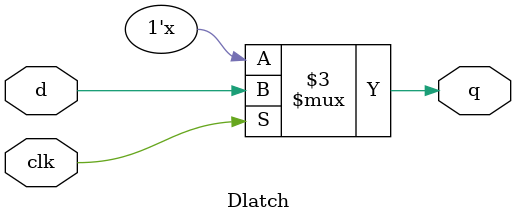
<source format=v>
`timescale 1ns / 1ps


module Dlatch(
    input d,
    input clk,
    output reg q
    );
    
    always@(*) begin
        if (clk)
            q = d;
    end
endmodule

</source>
